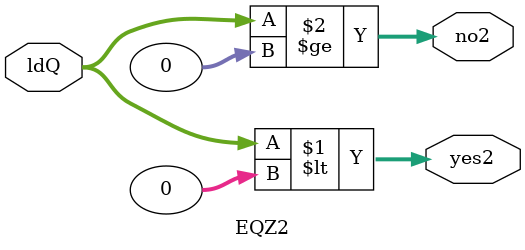
<source format=v>
`timescale 1ns / 1ps
module EQZ2(yes2,no2,ldQ);
input [31:0] ldQ;
output reg [31:0] yes2,no2;
assign yes2= ldQ < 0;
assign no2= ldQ >= 0;


endmodule

</source>
